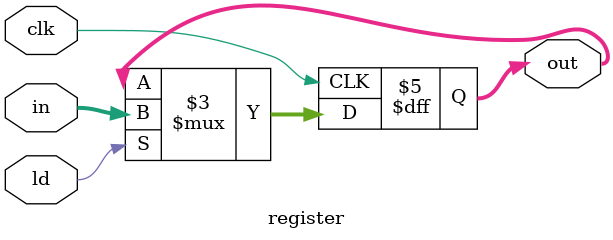
<source format=v>
`timescale 1ps/1ps
module register #(parameter N = 16)(clk, ld, in , out);
    input clk, ld;
    input[N-1:0] in;
    output reg[N-1:0] out;

    always @(posedge clk)begin 
        if(ld) 
            out = in;
    end

endmodule 
</source>
